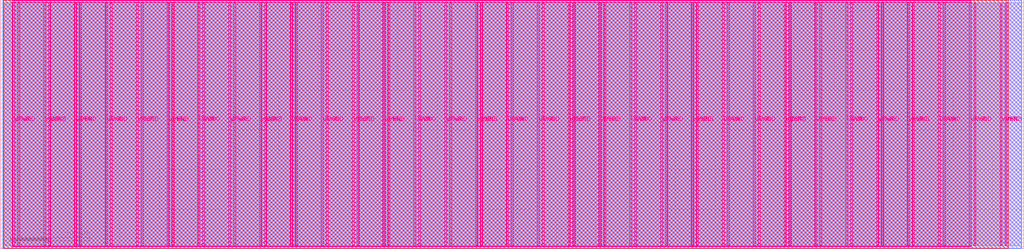
<source format=lef>
VERSION 5.7 ;
  NOWIREEXTENSIONATPIN ON ;
  DIVIDERCHAR "/" ;
  BUSBITCHARS "[]" ;
MACRO tt_um_rejunity_atari2600
  CLASS BLOCK ;
  FOREIGN tt_um_rejunity_atari2600 ;
  ORIGIN 0.000 0.000 ;
  SIZE 1289.280 BY 313.740 ;
  PIN VGND
    DIRECTION INOUT ;
    USE GROUND ;
    PORT
      LAYER Metal5 ;
        RECT 21.580 3.560 23.780 310.180 ;
    END
    PORT
      LAYER Metal5 ;
        RECT 60.450 3.560 62.650 310.180 ;
    END
    PORT
      LAYER Metal5 ;
        RECT 99.320 3.560 101.520 310.180 ;
    END
    PORT
      LAYER Metal5 ;
        RECT 138.190 3.560 140.390 310.180 ;
    END
    PORT
      LAYER Metal5 ;
        RECT 177.060 3.560 179.260 310.180 ;
    END
    PORT
      LAYER Metal5 ;
        RECT 215.930 3.560 218.130 310.180 ;
    END
    PORT
      LAYER Metal5 ;
        RECT 254.800 3.560 257.000 310.180 ;
    END
    PORT
      LAYER Metal5 ;
        RECT 293.670 3.560 295.870 310.180 ;
    END
    PORT
      LAYER Metal5 ;
        RECT 332.540 3.560 334.740 310.180 ;
    END
    PORT
      LAYER Metal5 ;
        RECT 371.410 3.560 373.610 310.180 ;
    END
    PORT
      LAYER Metal5 ;
        RECT 410.280 3.560 412.480 310.180 ;
    END
    PORT
      LAYER Metal5 ;
        RECT 449.150 3.560 451.350 310.180 ;
    END
    PORT
      LAYER Metal5 ;
        RECT 488.020 3.560 490.220 310.180 ;
    END
    PORT
      LAYER Metal5 ;
        RECT 526.890 3.560 529.090 310.180 ;
    END
    PORT
      LAYER Metal5 ;
        RECT 565.760 3.560 567.960 310.180 ;
    END
    PORT
      LAYER Metal5 ;
        RECT 604.630 3.560 606.830 310.180 ;
    END
    PORT
      LAYER Metal5 ;
        RECT 643.500 3.560 645.700 310.180 ;
    END
    PORT
      LAYER Metal5 ;
        RECT 682.370 3.560 684.570 310.180 ;
    END
    PORT
      LAYER Metal5 ;
        RECT 721.240 3.560 723.440 310.180 ;
    END
    PORT
      LAYER Metal5 ;
        RECT 760.110 3.560 762.310 310.180 ;
    END
    PORT
      LAYER Metal5 ;
        RECT 798.980 3.560 801.180 310.180 ;
    END
    PORT
      LAYER Metal5 ;
        RECT 837.850 3.560 840.050 310.180 ;
    END
    PORT
      LAYER Metal5 ;
        RECT 876.720 3.560 878.920 310.180 ;
    END
    PORT
      LAYER Metal5 ;
        RECT 915.590 3.560 917.790 310.180 ;
    END
    PORT
      LAYER Metal5 ;
        RECT 954.460 3.560 956.660 310.180 ;
    END
    PORT
      LAYER Metal5 ;
        RECT 993.330 3.560 995.530 310.180 ;
    END
    PORT
      LAYER Metal5 ;
        RECT 1032.200 3.560 1034.400 310.180 ;
    END
    PORT
      LAYER Metal5 ;
        RECT 1071.070 3.560 1073.270 310.180 ;
    END
    PORT
      LAYER Metal5 ;
        RECT 1109.940 3.560 1112.140 310.180 ;
    END
    PORT
      LAYER Metal5 ;
        RECT 1148.810 3.560 1151.010 310.180 ;
    END
    PORT
      LAYER Metal5 ;
        RECT 1187.680 3.560 1189.880 310.180 ;
    END
    PORT
      LAYER Metal5 ;
        RECT 1226.550 3.560 1228.750 310.180 ;
    END
    PORT
      LAYER Metal5 ;
        RECT 1265.420 3.560 1267.620 310.180 ;
    END
  END VGND
  PIN VPWR
    DIRECTION INOUT ;
    USE POWER ;
    PORT
      LAYER Metal5 ;
        RECT 15.380 3.560 17.580 310.180 ;
    END
    PORT
      LAYER Metal5 ;
        RECT 54.250 3.560 56.450 310.180 ;
    END
    PORT
      LAYER Metal5 ;
        RECT 93.120 3.560 95.320 310.180 ;
    END
    PORT
      LAYER Metal5 ;
        RECT 131.990 3.560 134.190 310.180 ;
    END
    PORT
      LAYER Metal5 ;
        RECT 170.860 3.560 173.060 310.180 ;
    END
    PORT
      LAYER Metal5 ;
        RECT 209.730 3.560 211.930 310.180 ;
    END
    PORT
      LAYER Metal5 ;
        RECT 248.600 3.560 250.800 310.180 ;
    END
    PORT
      LAYER Metal5 ;
        RECT 287.470 3.560 289.670 310.180 ;
    END
    PORT
      LAYER Metal5 ;
        RECT 326.340 3.560 328.540 310.180 ;
    END
    PORT
      LAYER Metal5 ;
        RECT 365.210 3.560 367.410 310.180 ;
    END
    PORT
      LAYER Metal5 ;
        RECT 404.080 3.560 406.280 310.180 ;
    END
    PORT
      LAYER Metal5 ;
        RECT 442.950 3.560 445.150 310.180 ;
    END
    PORT
      LAYER Metal5 ;
        RECT 481.820 3.560 484.020 310.180 ;
    END
    PORT
      LAYER Metal5 ;
        RECT 520.690 3.560 522.890 310.180 ;
    END
    PORT
      LAYER Metal5 ;
        RECT 559.560 3.560 561.760 310.180 ;
    END
    PORT
      LAYER Metal5 ;
        RECT 598.430 3.560 600.630 310.180 ;
    END
    PORT
      LAYER Metal5 ;
        RECT 637.300 3.560 639.500 310.180 ;
    END
    PORT
      LAYER Metal5 ;
        RECT 676.170 3.560 678.370 310.180 ;
    END
    PORT
      LAYER Metal5 ;
        RECT 715.040 3.560 717.240 310.180 ;
    END
    PORT
      LAYER Metal5 ;
        RECT 753.910 3.560 756.110 310.180 ;
    END
    PORT
      LAYER Metal5 ;
        RECT 792.780 3.560 794.980 310.180 ;
    END
    PORT
      LAYER Metal5 ;
        RECT 831.650 3.560 833.850 310.180 ;
    END
    PORT
      LAYER Metal5 ;
        RECT 870.520 3.560 872.720 310.180 ;
    END
    PORT
      LAYER Metal5 ;
        RECT 909.390 3.560 911.590 310.180 ;
    END
    PORT
      LAYER Metal5 ;
        RECT 948.260 3.560 950.460 310.180 ;
    END
    PORT
      LAYER Metal5 ;
        RECT 987.130 3.560 989.330 310.180 ;
    END
    PORT
      LAYER Metal5 ;
        RECT 1026.000 3.560 1028.200 310.180 ;
    END
    PORT
      LAYER Metal5 ;
        RECT 1064.870 3.560 1067.070 310.180 ;
    END
    PORT
      LAYER Metal5 ;
        RECT 1103.740 3.560 1105.940 310.180 ;
    END
    PORT
      LAYER Metal5 ;
        RECT 1142.610 3.560 1144.810 310.180 ;
    END
    PORT
      LAYER Metal5 ;
        RECT 1181.480 3.560 1183.680 310.180 ;
    END
    PORT
      LAYER Metal5 ;
        RECT 1220.350 3.560 1222.550 310.180 ;
    END
    PORT
      LAYER Metal5 ;
        RECT 1259.220 3.560 1261.420 310.180 ;
    END
  END VPWR
  PIN clk
    DIRECTION INPUT ;
    USE SIGNAL ;
    ANTENNAGATEAREA 3.863600 ;
    ANTENNADIFFAREA 12.092400 ;
    PORT
      LAYER Metal5 ;
        RECT 187.050 312.740 187.350 313.740 ;
    END
  END clk
  PIN ena
    DIRECTION INPUT ;
    USE SIGNAL ;
    PORT
      LAYER Metal5 ;
        RECT 190.890 312.740 191.190 313.740 ;
    END
  END ena
  PIN rst_n
    DIRECTION INPUT ;
    USE SIGNAL ;
    ANTENNAGATEAREA 4.492800 ;
    ANTENNADIFFAREA 12.092400 ;
    PORT
      LAYER Metal5 ;
        RECT 183.210 312.740 183.510 313.740 ;
    END
  END rst_n
  PIN ui_in[0]
    DIRECTION INPUT ;
    USE SIGNAL ;
    ANTENNAGATEAREA 0.213200 ;
    PORT
      LAYER Metal5 ;
        RECT 179.370 312.740 179.670 313.740 ;
    END
  END ui_in[0]
  PIN ui_in[1]
    DIRECTION INPUT ;
    USE SIGNAL ;
    ANTENNAGATEAREA 0.213200 ;
    PORT
      LAYER Metal5 ;
        RECT 175.530 312.740 175.830 313.740 ;
    END
  END ui_in[1]
  PIN ui_in[2]
    DIRECTION INPUT ;
    USE SIGNAL ;
    ANTENNAGATEAREA 0.213200 ;
    PORT
      LAYER Metal5 ;
        RECT 171.690 312.740 171.990 313.740 ;
    END
  END ui_in[2]
  PIN ui_in[3]
    DIRECTION INPUT ;
    USE SIGNAL ;
    ANTENNAGATEAREA 0.180700 ;
    PORT
      LAYER Metal5 ;
        RECT 167.850 312.740 168.150 313.740 ;
    END
  END ui_in[3]
  PIN ui_in[4]
    DIRECTION INPUT ;
    USE SIGNAL ;
    ANTENNAGATEAREA 0.180700 ;
    PORT
      LAYER Metal5 ;
        RECT 164.010 312.740 164.310 313.740 ;
    END
  END ui_in[4]
  PIN ui_in[5]
    DIRECTION INPUT ;
    USE SIGNAL ;
    ANTENNAGATEAREA 0.180700 ;
    PORT
      LAYER Metal5 ;
        RECT 160.170 312.740 160.470 313.740 ;
    END
  END ui_in[5]
  PIN ui_in[6]
    DIRECTION INPUT ;
    USE SIGNAL ;
    ANTENNAGATEAREA 0.180700 ;
    PORT
      LAYER Metal5 ;
        RECT 156.330 312.740 156.630 313.740 ;
    END
  END ui_in[6]
  PIN ui_in[7]
    DIRECTION INPUT ;
    USE SIGNAL ;
    ANTENNAGATEAREA 0.213200 ;
    PORT
      LAYER Metal5 ;
        RECT 152.490 312.740 152.790 313.740 ;
    END
  END ui_in[7]
  PIN uio_in[0]
    DIRECTION INPUT ;
    USE SIGNAL ;
    PORT
      LAYER Metal5 ;
        RECT 148.650 312.740 148.950 313.740 ;
    END
  END uio_in[0]
  PIN uio_in[1]
    DIRECTION INPUT ;
    USE SIGNAL ;
    ANTENNAGATEAREA 0.213200 ;
    PORT
      LAYER Metal5 ;
        RECT 144.810 312.740 145.110 313.740 ;
    END
  END uio_in[1]
  PIN uio_in[2]
    DIRECTION INPUT ;
    USE SIGNAL ;
    ANTENNAGATEAREA 0.180700 ;
    PORT
      LAYER Metal5 ;
        RECT 140.970 312.740 141.270 313.740 ;
    END
  END uio_in[2]
  PIN uio_in[3]
    DIRECTION INPUT ;
    USE SIGNAL ;
    PORT
      LAYER Metal5 ;
        RECT 137.130 312.740 137.430 313.740 ;
    END
  END uio_in[3]
  PIN uio_in[4]
    DIRECTION INPUT ;
    USE SIGNAL ;
    ANTENNAGATEAREA 0.213200 ;
    PORT
      LAYER Metal5 ;
        RECT 133.290 312.740 133.590 313.740 ;
    END
  END uio_in[4]
  PIN uio_in[5]
    DIRECTION INPUT ;
    USE SIGNAL ;
    ANTENNAGATEAREA 0.213200 ;
    PORT
      LAYER Metal5 ;
        RECT 129.450 312.740 129.750 313.740 ;
    END
  END uio_in[5]
  PIN uio_in[6]
    DIRECTION INPUT ;
    USE SIGNAL ;
    PORT
      LAYER Metal5 ;
        RECT 125.610 312.740 125.910 313.740 ;
    END
  END uio_in[6]
  PIN uio_in[7]
    DIRECTION INPUT ;
    USE SIGNAL ;
    PORT
      LAYER Metal5 ;
        RECT 121.770 312.740 122.070 313.740 ;
    END
  END uio_in[7]
  PIN uio_oe[0]
    DIRECTION OUTPUT ;
    USE SIGNAL ;
    ANTENNADIFFAREA 0.392700 ;
    PORT
      LAYER Metal5 ;
        RECT 56.490 312.740 56.790 313.740 ;
    END
  END uio_oe[0]
  PIN uio_oe[1]
    DIRECTION OUTPUT ;
    USE SIGNAL ;
    ANTENNAGATEAREA 0.109200 ;
    ANTENNADIFFAREA 0.632400 ;
    PORT
      LAYER Metal5 ;
        RECT 52.650 312.740 52.950 313.740 ;
    END
  END uio_oe[1]
  PIN uio_oe[2]
    DIRECTION OUTPUT ;
    USE SIGNAL ;
    ANTENNADIFFAREA 0.654800 ;
    PORT
      LAYER Metal5 ;
        RECT 48.810 312.740 49.110 313.740 ;
    END
  END uio_oe[2]
  PIN uio_oe[3]
    DIRECTION OUTPUT ;
    USE SIGNAL ;
    ANTENNADIFFAREA 0.392700 ;
    PORT
      LAYER Metal5 ;
        RECT 44.970 312.740 45.270 313.740 ;
    END
  END uio_oe[3]
  PIN uio_oe[4]
    DIRECTION OUTPUT ;
    USE SIGNAL ;
    ANTENNADIFFAREA 0.654800 ;
    PORT
      LAYER Metal5 ;
        RECT 41.130 312.740 41.430 313.740 ;
    END
  END uio_oe[4]
  PIN uio_oe[5]
    DIRECTION OUTPUT ;
    USE SIGNAL ;
    ANTENNAGATEAREA 0.640400 ;
    ANTENNADIFFAREA 0.632400 ;
    PORT
      LAYER Metal5 ;
        RECT 37.290 312.740 37.590 313.740 ;
    END
  END uio_oe[5]
  PIN uio_oe[6]
    DIRECTION OUTPUT ;
    USE SIGNAL ;
    ANTENNADIFFAREA 0.392700 ;
    PORT
      LAYER Metal5 ;
        RECT 33.450 312.740 33.750 313.740 ;
    END
  END uio_oe[6]
  PIN uio_oe[7]
    DIRECTION OUTPUT ;
    USE SIGNAL ;
    ANTENNADIFFAREA 0.392700 ;
    PORT
      LAYER Metal5 ;
        RECT 29.610 312.740 29.910 313.740 ;
    END
  END uio_oe[7]
  PIN uio_out[0]
    DIRECTION OUTPUT ;
    USE SIGNAL ;
    ANTENNADIFFAREA 0.654800 ;
    PORT
      LAYER Metal5 ;
        RECT 87.210 312.740 87.510 313.740 ;
    END
  END uio_out[0]
  PIN uio_out[1]
    DIRECTION OUTPUT ;
    USE SIGNAL ;
    ANTENNADIFFAREA 0.958400 ;
    PORT
      LAYER Metal5 ;
        RECT 83.370 312.740 83.670 313.740 ;
    END
  END uio_out[1]
  PIN uio_out[2]
    DIRECTION OUTPUT ;
    USE SIGNAL ;
    ANTENNADIFFAREA 0.632400 ;
    PORT
      LAYER Metal5 ;
        RECT 79.530 312.740 79.830 313.740 ;
    END
  END uio_out[2]
  PIN uio_out[3]
    DIRECTION OUTPUT ;
    USE SIGNAL ;
    ANTENNADIFFAREA 0.654800 ;
    PORT
      LAYER Metal5 ;
        RECT 75.690 312.740 75.990 313.740 ;
    END
  END uio_out[3]
  PIN uio_out[4]
    DIRECTION OUTPUT ;
    USE SIGNAL ;
    ANTENNADIFFAREA 0.632400 ;
    PORT
      LAYER Metal5 ;
        RECT 71.850 312.740 72.150 313.740 ;
    END
  END uio_out[4]
  PIN uio_out[5]
    DIRECTION OUTPUT ;
    USE SIGNAL ;
    ANTENNADIFFAREA 0.632400 ;
    PORT
      LAYER Metal5 ;
        RECT 68.010 312.740 68.310 313.740 ;
    END
  END uio_out[5]
  PIN uio_out[6]
    DIRECTION OUTPUT ;
    USE SIGNAL ;
    ANTENNADIFFAREA 0.392700 ;
    PORT
      LAYER Metal5 ;
        RECT 64.170 312.740 64.470 313.740 ;
    END
  END uio_out[6]
  PIN uio_out[7]
    DIRECTION OUTPUT ;
    USE SIGNAL ;
    ANTENNADIFFAREA 0.654800 ;
    PORT
      LAYER Metal5 ;
        RECT 60.330 312.740 60.630 313.740 ;
    END
  END uio_out[7]
  PIN uo_out[0]
    DIRECTION OUTPUT ;
    USE SIGNAL ;
    ANTENNADIFFAREA 0.988000 ;
    PORT
      LAYER Metal5 ;
        RECT 117.930 312.740 118.230 313.740 ;
    END
  END uo_out[0]
  PIN uo_out[1]
    DIRECTION OUTPUT ;
    USE SIGNAL ;
    ANTENNADIFFAREA 0.988000 ;
    PORT
      LAYER Metal5 ;
        RECT 114.090 312.740 114.390 313.740 ;
    END
  END uo_out[1]
  PIN uo_out[2]
    DIRECTION OUTPUT ;
    USE SIGNAL ;
    ANTENNADIFFAREA 0.988000 ;
    PORT
      LAYER Metal5 ;
        RECT 110.250 312.740 110.550 313.740 ;
    END
  END uo_out[2]
  PIN uo_out[3]
    DIRECTION OUTPUT ;
    USE SIGNAL ;
    ANTENNADIFFAREA 0.706800 ;
    PORT
      LAYER Metal5 ;
        RECT 106.410 312.740 106.710 313.740 ;
    END
  END uo_out[3]
  PIN uo_out[4]
    DIRECTION OUTPUT ;
    USE SIGNAL ;
    ANTENNADIFFAREA 0.988000 ;
    PORT
      LAYER Metal5 ;
        RECT 102.570 312.740 102.870 313.740 ;
    END
  END uo_out[4]
  PIN uo_out[5]
    DIRECTION OUTPUT ;
    USE SIGNAL ;
    ANTENNADIFFAREA 0.988000 ;
    PORT
      LAYER Metal5 ;
        RECT 98.730 312.740 99.030 313.740 ;
    END
  END uo_out[5]
  PIN uo_out[6]
    DIRECTION OUTPUT ;
    USE SIGNAL ;
    ANTENNADIFFAREA 0.988000 ;
    PORT
      LAYER Metal5 ;
        RECT 94.890 312.740 95.190 313.740 ;
    END
  END uo_out[6]
  PIN uo_out[7]
    DIRECTION OUTPUT ;
    USE SIGNAL ;
    ANTENNADIFFAREA 0.706800 ;
    PORT
      LAYER Metal5 ;
        RECT 91.050 312.740 91.350 313.740 ;
    END
  END uo_out[7]
  OBS
      LAYER GatPoly ;
        RECT 2.880 3.630 1286.400 310.110 ;
      LAYER Metal1 ;
        RECT 2.880 3.560 1286.400 310.180 ;
      LAYER Metal2 ;
        RECT 2.605 0.320 1286.340 313.420 ;
      LAYER Metal3 ;
        RECT 3.260 0.265 1286.020 313.465 ;
      LAYER Metal4 ;
        RECT 3.695 0.320 1269.745 313.000 ;
      LAYER Metal5 ;
        RECT 14.300 312.530 29.400 313.045 ;
        RECT 30.120 312.530 33.240 313.045 ;
        RECT 33.960 312.530 37.080 313.045 ;
        RECT 37.800 312.530 40.920 313.045 ;
        RECT 41.640 312.530 44.760 313.045 ;
        RECT 45.480 312.530 48.600 313.045 ;
        RECT 49.320 312.530 52.440 313.045 ;
        RECT 53.160 312.530 56.280 313.045 ;
        RECT 57.000 312.530 60.120 313.045 ;
        RECT 60.840 312.530 63.960 313.045 ;
        RECT 64.680 312.530 67.800 313.045 ;
        RECT 68.520 312.530 71.640 313.045 ;
        RECT 72.360 312.530 75.480 313.045 ;
        RECT 76.200 312.530 79.320 313.045 ;
        RECT 80.040 312.530 83.160 313.045 ;
        RECT 83.880 312.530 87.000 313.045 ;
        RECT 87.720 312.530 90.840 313.045 ;
        RECT 91.560 312.530 94.680 313.045 ;
        RECT 95.400 312.530 98.520 313.045 ;
        RECT 99.240 312.530 102.360 313.045 ;
        RECT 103.080 312.530 106.200 313.045 ;
        RECT 106.920 312.530 110.040 313.045 ;
        RECT 110.760 312.530 113.880 313.045 ;
        RECT 114.600 312.530 117.720 313.045 ;
        RECT 118.440 312.530 121.560 313.045 ;
        RECT 122.280 312.530 125.400 313.045 ;
        RECT 126.120 312.530 129.240 313.045 ;
        RECT 129.960 312.530 133.080 313.045 ;
        RECT 133.800 312.530 136.920 313.045 ;
        RECT 137.640 312.530 140.760 313.045 ;
        RECT 141.480 312.530 144.600 313.045 ;
        RECT 145.320 312.530 148.440 313.045 ;
        RECT 149.160 312.530 152.280 313.045 ;
        RECT 153.000 312.530 156.120 313.045 ;
        RECT 156.840 312.530 159.960 313.045 ;
        RECT 160.680 312.530 163.800 313.045 ;
        RECT 164.520 312.530 167.640 313.045 ;
        RECT 168.360 312.530 171.480 313.045 ;
        RECT 172.200 312.530 175.320 313.045 ;
        RECT 176.040 312.530 179.160 313.045 ;
        RECT 179.880 312.530 183.000 313.045 ;
        RECT 183.720 312.530 186.840 313.045 ;
        RECT 187.560 312.530 190.680 313.045 ;
        RECT 191.400 312.530 1223.140 313.045 ;
        RECT 14.300 310.390 1223.140 312.530 ;
        RECT 14.300 3.350 15.170 310.390 ;
        RECT 17.790 3.350 21.370 310.390 ;
        RECT 23.990 3.350 54.040 310.390 ;
        RECT 56.660 3.350 60.240 310.390 ;
        RECT 62.860 3.350 92.910 310.390 ;
        RECT 95.530 3.350 99.110 310.390 ;
        RECT 101.730 3.350 131.780 310.390 ;
        RECT 134.400 3.350 137.980 310.390 ;
        RECT 140.600 3.350 170.650 310.390 ;
        RECT 173.270 3.350 176.850 310.390 ;
        RECT 179.470 3.350 209.520 310.390 ;
        RECT 212.140 3.350 215.720 310.390 ;
        RECT 218.340 3.350 248.390 310.390 ;
        RECT 251.010 3.350 254.590 310.390 ;
        RECT 257.210 3.350 287.260 310.390 ;
        RECT 289.880 3.350 293.460 310.390 ;
        RECT 296.080 3.350 326.130 310.390 ;
        RECT 328.750 3.350 332.330 310.390 ;
        RECT 334.950 3.350 365.000 310.390 ;
        RECT 367.620 3.350 371.200 310.390 ;
        RECT 373.820 3.350 403.870 310.390 ;
        RECT 406.490 3.350 410.070 310.390 ;
        RECT 412.690 3.350 442.740 310.390 ;
        RECT 445.360 3.350 448.940 310.390 ;
        RECT 451.560 3.350 481.610 310.390 ;
        RECT 484.230 3.350 487.810 310.390 ;
        RECT 490.430 3.350 520.480 310.390 ;
        RECT 523.100 3.350 526.680 310.390 ;
        RECT 529.300 3.350 559.350 310.390 ;
        RECT 561.970 3.350 565.550 310.390 ;
        RECT 568.170 3.350 598.220 310.390 ;
        RECT 600.840 3.350 604.420 310.390 ;
        RECT 607.040 3.350 637.090 310.390 ;
        RECT 639.710 3.350 643.290 310.390 ;
        RECT 645.910 3.350 675.960 310.390 ;
        RECT 678.580 3.350 682.160 310.390 ;
        RECT 684.780 3.350 714.830 310.390 ;
        RECT 717.450 3.350 721.030 310.390 ;
        RECT 723.650 3.350 753.700 310.390 ;
        RECT 756.320 3.350 759.900 310.390 ;
        RECT 762.520 3.350 792.570 310.390 ;
        RECT 795.190 3.350 798.770 310.390 ;
        RECT 801.390 3.350 831.440 310.390 ;
        RECT 834.060 3.350 837.640 310.390 ;
        RECT 840.260 3.350 870.310 310.390 ;
        RECT 872.930 3.350 876.510 310.390 ;
        RECT 879.130 3.350 909.180 310.390 ;
        RECT 911.800 3.350 915.380 310.390 ;
        RECT 918.000 3.350 948.050 310.390 ;
        RECT 950.670 3.350 954.250 310.390 ;
        RECT 956.870 3.350 986.920 310.390 ;
        RECT 989.540 3.350 993.120 310.390 ;
        RECT 995.740 3.350 1025.790 310.390 ;
        RECT 1028.410 3.350 1031.990 310.390 ;
        RECT 1034.610 3.350 1064.660 310.390 ;
        RECT 1067.280 3.350 1070.860 310.390 ;
        RECT 1073.480 3.350 1103.530 310.390 ;
        RECT 1106.150 3.350 1109.730 310.390 ;
        RECT 1112.350 3.350 1142.400 310.390 ;
        RECT 1145.020 3.350 1148.600 310.390 ;
        RECT 1151.220 3.350 1181.270 310.390 ;
        RECT 1183.890 3.350 1187.470 310.390 ;
        RECT 1190.090 3.350 1220.140 310.390 ;
        RECT 1222.760 3.350 1223.140 310.390 ;
        RECT 14.300 2.375 1223.140 3.350 ;
  END
END tt_um_rejunity_atari2600
END LIBRARY


</source>
